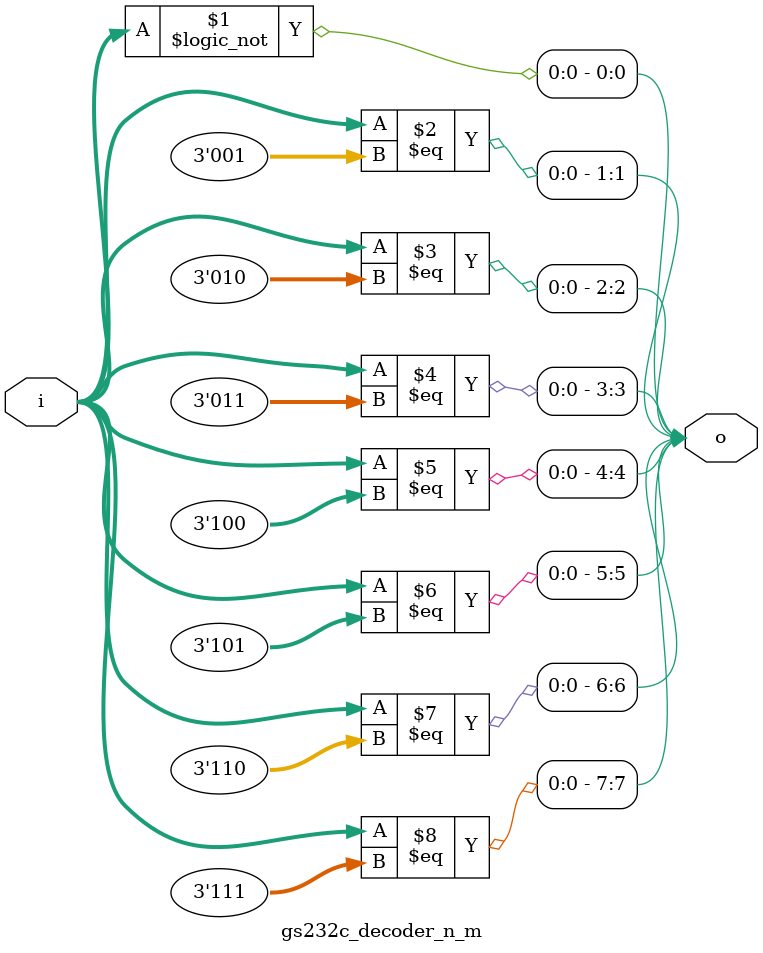
<source format=v>
module gs232c_decoder_n_m#(
    parameter n = 3 
)(
    input  wire [n        - 1:0] i,                      
    output wire [(1 << n) - 1:0] o // unconnected, at bit
);
genvar j;
generate
for(j=0;j<(1<<n);j=j+1)
begin:iter
    assign o[j] = i == j;
end
endgenerate
endmodule // gs232c_decoder_n_m

</source>
